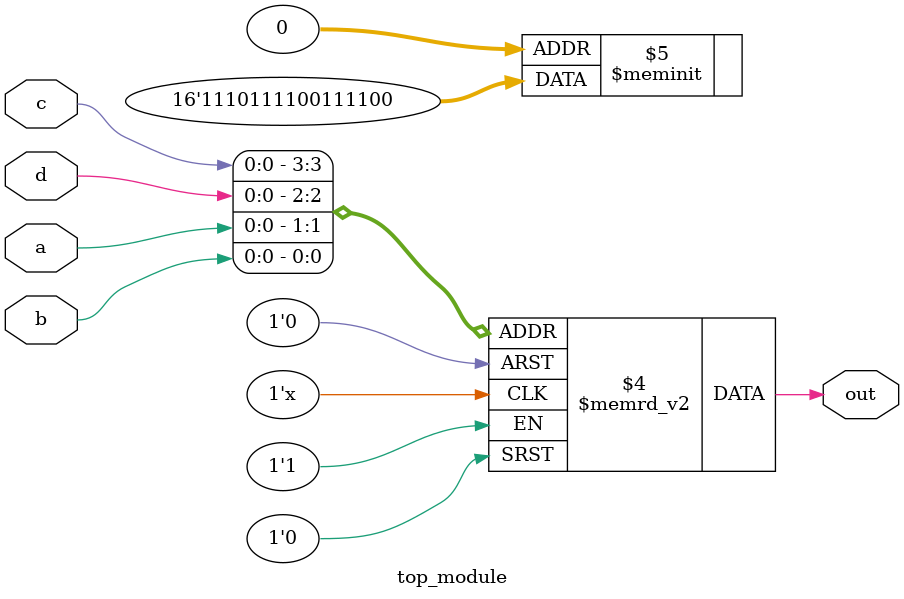
<source format=sv>
module top_module (
	input a, 
	input b,
	input c,
	input d,
	output reg out
);

always @(*) begin
	case ({c, d, a, b})
	4'b0010, // 00|10 -> 1
	4'b0011, // 00|11 -> 1
	4'b0100, // 01|00 -> 0
	4'b0101, // 01|01 -> 0
	4'b1000, // 10|00 -> 0
	4'b1001, // 10|01 -> 0
	4'b1010, // 10|10 -> 1
	4'b1011, // 10|11 -> 1
	4'b1101, // 11|01 -> 1
	4'b1110, // 11|10 -> 1
	4'b1111: // 11|11 -> 1
		out = 1'b1;
		
	default: out = 1'b0;  // Including the default for don't-cares and unspecified entries.
	endcase
end

endmodule

</source>
